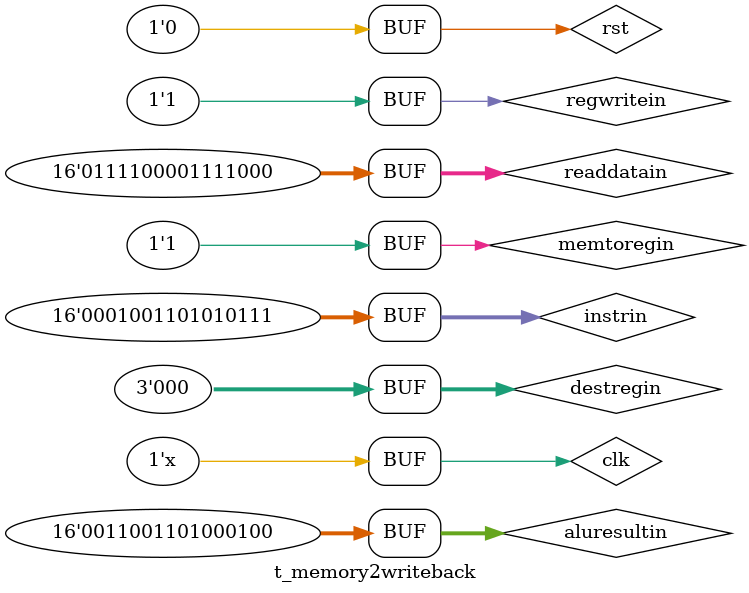
<source format=v>
module t_memory2writeback;

	reg clk, rst, regwritein, memtoregin;
	reg [15:0] aluresultin, readdatain, instrin;
	wire [15:0] aluresultout, readdataout, instrout;
	reg [2:0] destregin;
	wire [2:0] destregout;
	wire regwriteout, memtoregout;


	memory2writeback m2wb(.Clk(clk), .Rst(rst), 
			.RegWriteIn(regwritein), .ReadDataIn(readdatain), 
			.ALUResultIn(aluresultin), .DestRegIn(destregin),
			.MemToRegIn(memtoregin), .MemToRegOut(memtoregout),
			.RegWriteOut(regwriteout), .ReadDataOut(readdataout),
			.ALUResultOut(aluresultout), .DestRegOut(destregout),
			.InstructionIn(instrin), .InstructionOut(instrout));


	always @(clk) begin
		#5 clk <= ~clk;
	end

	initial begin
		clk = 1'b0;
		rst = 1'b1;
		instrin = 16'hfedc;
		memtoregin = 1'b0;
		regwritein = 1'b1;
		aluresultin = 16'hbeef;
		readdatain = 16'habcd;
		destregin = 3'b010;
		#20;
		rst = 1'b0;
		#10;
		regwritein = 1'b0;
		aluresultin = 16'h1122;
		readdatain = 16'h2233;
		destregin = 3'b100;
		instrin = 16'h1357;
		#16;
		memtoregin = 1'b1;
		regwritein = 1'b1;
		aluresultin = 16'h3344;
		readdatain = 16'h7878;
		destregin = 3'b000;
		#20;
	end
endmodule

</source>
